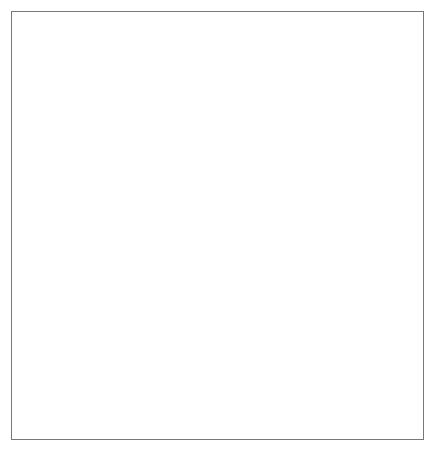
<source format=gm1>
G04 #@! TF.GenerationSoftware,KiCad,Pcbnew,6.0.8-f2edbf62ab~116~ubuntu22.04.1*
G04 #@! TF.CreationDate,2022-10-13T11:50:00+02:00*
G04 #@! TF.ProjectId,Dual USB Controller adapter,4475616c-2055-4534-9220-436f6e74726f,0.3*
G04 #@! TF.SameCoordinates,Original*
G04 #@! TF.FileFunction,Profile,NP*
%FSLAX46Y46*%
G04 Gerber Fmt 4.6, Leading zero omitted, Abs format (unit mm)*
G04 Created by KiCad (PCBNEW 6.0.8-f2edbf62ab~116~ubuntu22.04.1) date 2022-10-13 11:50:00*
%MOMM*%
%LPD*%
G01*
G04 APERTURE LIST*
G04 #@! TA.AperFunction,Profile*
%ADD10C,0.100000*%
G04 #@! TD*
G04 APERTURE END LIST*
D10*
X199390000Y-62865000D02*
X164465000Y-62865000D01*
X164465000Y-99060000D02*
X199390000Y-99060000D01*
X164465000Y-62865000D02*
X164465000Y-99060000D01*
X199390000Y-99060000D02*
X199390000Y-62865000D01*
M02*

</source>
